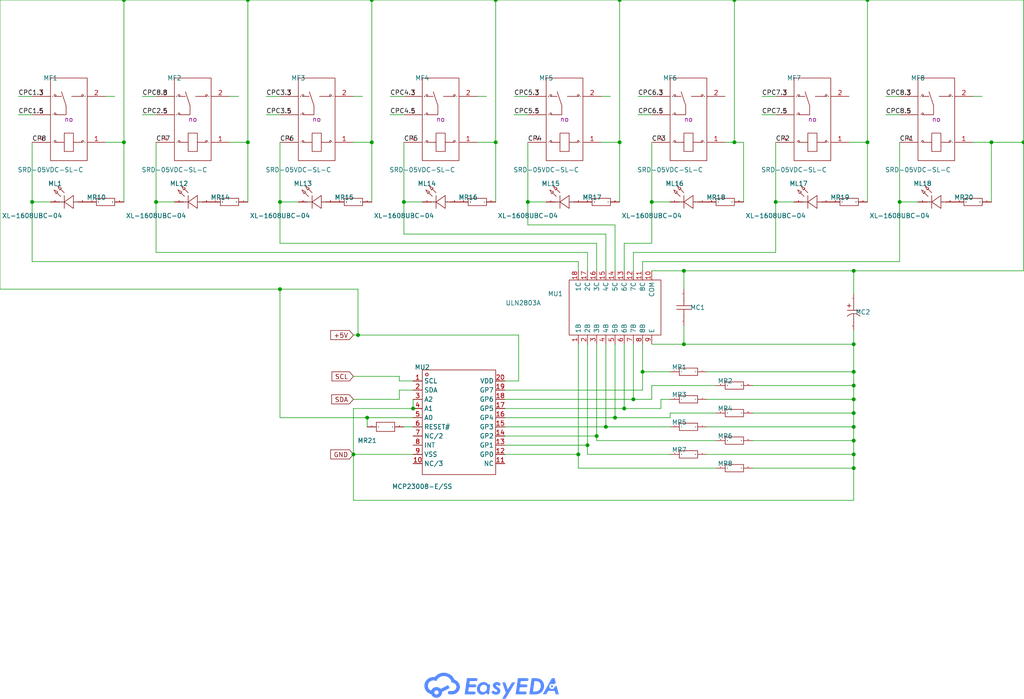
<source format=kicad_sch>
(kicad_sch (version 20250114) (generator "eeschema") (generator_version "9.0")
  (paper "User" 283.362 193.421)
  (junction (at 102.87 39.37))
  (junction (at 8.89 55.88))
  (junction (at 146.05 55.88))
  (junction (at 77.47 80.01))
  (junction (at 111.76 55.88))
  (junction (at 137.16 0))
  (junction (at 34.29 39.37))
  (junction (at 248.92 55.88))
  (junction (at 170.18 115.57))
  (junction (at 240.03 39.37))
  (junction (at 236.22 129.54))
  (junction (at 283.21 39.37))
  (junction (at 236.22 102.87))
  (junction (at 97.79 125.73))
  (junction (at 203.2 39.37))
  (junction (at 189.23 95.25))
  (junction (at 137.16 39.37))
  (junction (at 236.22 110.49))
  (junction (at 43.18 55.88))
  (junction (at 189.23 74.93))
  (junction (at 236.22 74.93))
  (junction (at 34.29 0))
  (junction (at 236.22 106.68))
  (junction (at 177.8 102.87))
  (junction (at 101.6 115.57))
  (junction (at 160.02 125.73))
  (junction (at 167.64 118.11))
  (junction (at 172.72 113.03))
  (junction (at 180.34 55.88))
  (junction (at 171.45 0))
  (junction (at 214.63 55.88))
  (junction (at 236.22 125.73))
  (junction (at 68.58 39.37))
  (junction (at 171.45 39.37))
  (junction (at 240.03 0))
  (junction (at 175.26 110.49))
  (junction (at 99.06 92.71))
  (junction (at 68.58 0))
  (junction (at 274.32 39.37))
  (junction (at 236.22 95.25))
  (junction (at 236.22 118.11))
  (junction (at 236.22 121.92))
  (junction (at 203.2 0))
  (junction (at 114.3 113.03))
  (junction (at 77.47 55.88))
  (junction (at 102.87 0))
  (junction (at 162.56 123.19))
  (junction (at 165.1 120.65))
  (junction (at 236.22 114.3))
  (wire (pts (xy 0 0) (xy 0 80.01)))
  (wire (pts (xy 114.3 115.57) (xy 101.6 115.57)))
  (wire (pts (xy 167.64 118.11) (xy 185.42 118.11)))
  (wire (pts (xy 248.92 31.75) (xy 245.11 31.75)))
  (wire (pts (xy 101.6 118.11) (xy 101.6 115.57)))
  (wire (pts (xy 170.18 115.57) (xy 170.18 95.25)))
  (wire (pts (xy 236.22 91.44) (xy 236.22 95.25)))
  (wire (pts (xy 97.79 138.43) (xy 236.22 138.43)))
  (wire (pts (xy 99.06 80.01) (xy 77.47 80.01)))
  (wire (pts (xy 198.12 129.54) (xy 160.02 129.54)))
  (wire (pts (xy 189.23 74.93) (xy 180.34 74.93)))
  (wire (pts (xy 214.63 69.85) (xy 214.63 55.88)))
  (wire (pts (xy 177.8 102.87) (xy 177.8 95.25)))
  (wire (pts (xy 236.22 121.92) (xy 208.28 121.92)))
  (wire (pts (xy 248.92 26.67) (xy 245.11 26.67)))
  (wire (pts (xy 146.05 55.88) (xy 146.05 62.23)))
  (wire (pts (xy 77.47 67.31) (xy 165.1 67.31)))
  (wire (pts (xy 110.49 110.49) (xy 97.79 110.49)))
  (wire (pts (xy 77.47 67.31) (xy 77.47 55.88)))
  (wire (pts (xy 34.29 39.37) (xy 29.21 39.37)))
  (wire (pts (xy 180.34 110.49) (xy 175.26 110.49)))
  (wire (pts (xy 177.8 102.87) (xy 177.8 107.95)))
  (wire (pts (xy 236.22 110.49) (xy 236.22 106.68)))
  (wire (pts (xy 205.74 39.37) (xy 203.2 39.37)))
  (wire (pts (xy 208.28 129.54) (xy 236.22 129.54)))
  (wire (pts (xy 205.74 55.88) (xy 205.74 39.37)))
  (wire (pts (xy 160.02 74.93) (xy 160.02 72.39)))
  (wire (pts (xy 236.22 81.28) (xy 236.22 74.93)))
  (wire (pts (xy 63.5 26.67) (xy 66.04 26.67)))
  (wire (pts (xy 29.21 26.67) (xy 31.75 26.67)))
  (wire (pts (xy 43.18 69.85) (xy 43.18 55.88)))
  (wire (pts (xy 102.87 39.37) (xy 102.87 0)))
  (wire (pts (xy 214.63 31.75) (xy 210.82 31.75)))
  (wire (pts (xy 48.26 55.88) (xy 43.18 55.88)))
  (wire (pts (xy 68.58 39.37) (xy 63.5 39.37)))
  (wire (pts (xy 102.87 0) (xy 68.58 0)))
  (wire (pts (xy 180.34 95.25) (xy 189.23 95.25)))
  (wire (pts (xy 236.22 121.92) (xy 236.22 118.11)))
  (wire (pts (xy 77.47 115.57) (xy 77.47 80.01)))
  (wire (pts (xy 146.05 39.37) (xy 146.05 55.88)))
  (wire (pts (xy 116.84 55.88) (xy 111.76 55.88)))
  (wire (pts (xy 236.22 118.11) (xy 195.58 118.11)))
  (wire (pts (xy 99.06 92.71) (xy 97.79 92.71)))
  (wire (pts (xy 283.21 74.93) (xy 283.21 39.37)))
  (wire (pts (xy 165.1 74.93) (xy 165.1 67.31)))
  (wire (pts (xy 198.12 114.3) (xy 185.42 114.3)))
  (wire (pts (xy 189.23 95.25) (xy 236.22 95.25)))
  (wire (pts (xy 248.92 72.39) (xy 248.92 55.88)))
  (wire (pts (xy 185.42 125.73) (xy 162.56 125.73)))
  (wire (pts (xy 111.76 31.75) (xy 107.95 31.75)))
  (wire (pts (xy 143.51 105.41) (xy 143.51 92.71)))
  (wire (pts (xy 110.49 105.41) (xy 110.49 104.14)))
  (wire (pts (xy 0 0) (xy 34.29 0)))
  (wire (pts (xy 248.92 55.88) (xy 254 55.88)))
  (wire (pts (xy 8.89 72.39) (xy 160.02 72.39)))
  (wire (pts (xy 77.47 80.01) (xy 0 80.01)))
  (wire (pts (xy 139.7 113.03) (xy 172.72 113.03)))
  (wire (pts (xy 236.22 138.43) (xy 236.22 129.54)))
  (wire (pts (xy 13.97 55.88) (xy 8.89 55.88)))
  (wire (pts (xy 177.8 74.93) (xy 177.8 72.39)))
  (wire (pts (xy 240.03 39.37) (xy 240.03 0)))
  (wire (pts (xy 165.1 120.65) (xy 165.1 95.25)))
  (wire (pts (xy 111.76 39.37) (xy 111.76 55.88)))
  (wire (pts (xy 180.34 31.75) (xy 176.53 31.75)))
  (wire (pts (xy 137.16 39.37) (xy 132.08 39.37)))
  (wire (pts (xy 102.87 55.88) (xy 102.87 39.37)))
  (wire (pts (xy 34.29 0) (xy 68.58 0)))
  (wire (pts (xy 110.49 104.14) (xy 97.79 104.14)))
  (wire (pts (xy 111.76 64.77) (xy 111.76 55.88)))
  (wire (pts (xy 203.2 0) (xy 240.03 0)))
  (wire (pts (xy 82.55 55.88) (xy 77.47 55.88)))
  (wire (pts (xy 198.12 121.92) (xy 165.1 121.92)))
  (wire (pts (xy 240.03 55.88) (xy 240.03 39.37)))
  (wire (pts (xy 180.34 106.68) (xy 180.34 110.49)))
  (wire (pts (xy 77.47 115.57) (xy 101.6 115.57)))
  (wire (pts (xy 8.89 72.39) (xy 8.89 55.88)))
  (wire (pts (xy 236.22 118.11) (xy 236.22 114.3)))
  (wire (pts (xy 8.89 26.67) (xy 5.08 26.67)))
  (wire (pts (xy 139.7 123.19) (xy 162.56 123.19)))
  (wire (pts (xy 139.7 118.11) (xy 167.64 118.11)))
  (wire (pts (xy 236.22 114.3) (xy 236.22 110.49)))
  (wire (pts (xy 34.29 39.37) (xy 34.29 0)))
  (wire (pts (xy 185.42 110.49) (xy 182.88 110.49)))
  (wire (pts (xy 165.1 121.92) (xy 165.1 120.65)))
  (wire (pts (xy 162.56 74.93) (xy 162.56 69.85)))
  (wire (pts (xy 203.2 39.37) (xy 200.66 39.37)))
  (wire (pts (xy 236.22 129.54) (xy 236.22 125.73)))
  (wire (pts (xy 189.23 74.93) (xy 189.23 80.01)))
  (wire (pts (xy 269.24 26.67) (xy 271.78 26.67)))
  (wire (pts (xy 248.92 72.39) (xy 177.8 72.39)))
  (wire (pts (xy 189.23 95.25) (xy 189.23 90.17)))
  (wire (pts (xy 114.3 110.49) (xy 114.3 113.03)))
  (wire (pts (xy 185.42 115.57) (xy 185.42 114.3)))
  (wire (pts (xy 143.51 92.71) (xy 99.06 92.71)))
  (wire (pts (xy 240.03 39.37) (xy 234.95 39.37)))
  (wire (pts (xy 139.7 120.65) (xy 165.1 120.65)))
  (wire (pts (xy 185.42 55.88) (xy 180.34 55.88)))
  (wire (pts (xy 182.88 113.03) (xy 182.88 110.49)))
  (wire (pts (xy 236.22 114.3) (xy 208.28 114.3)))
  (wire (pts (xy 182.88 113.03) (xy 172.72 113.03)))
  (wire (pts (xy 137.16 55.88) (xy 137.16 39.37)))
  (wire (pts (xy 137.16 0) (xy 102.87 0)))
  (wire (pts (xy 77.47 39.37) (xy 77.47 55.88)))
  (wire (pts (xy 111.76 64.77) (xy 167.64 64.77)))
  (wire (pts (xy 110.49 107.95) (xy 110.49 110.49)))
  (wire (pts (xy 214.63 26.67) (xy 210.82 26.67)))
  (wire (pts (xy 137.16 39.37) (xy 137.16 0)))
  (wire (pts (xy 139.7 110.49) (xy 175.26 110.49)))
  (wire (pts (xy 151.13 55.88) (xy 146.05 55.88)))
  (wire (pts (xy 283.21 0) (xy 240.03 0)))
  (wire (pts (xy 77.47 26.67) (xy 73.66 26.67)))
  (wire (pts (xy 8.89 31.75) (xy 5.08 31.75)))
  (wire (pts (xy 236.22 102.87) (xy 236.22 95.25)))
  (wire (pts (xy 236.22 125.73) (xy 195.58 125.73)))
  (wire (pts (xy 180.34 67.31) (xy 172.72 67.31)))
  (wire (pts (xy 172.72 113.03) (xy 172.72 95.25)))
  (wire (pts (xy 177.8 102.87) (xy 185.42 102.87)))
  (wire (pts (xy 185.42 115.57) (xy 170.18 115.57)))
  (wire (pts (xy 180.34 26.67) (xy 176.53 26.67)))
  (wire (pts (xy 68.58 55.88) (xy 68.58 39.37)))
  (wire (pts (xy 139.7 115.57) (xy 170.18 115.57)))
  (wire (pts (xy 43.18 31.75) (xy 39.37 31.75)))
  (wire (pts (xy 172.72 74.93) (xy 172.72 67.31)))
  (wire (pts (xy 97.79 26.67) (xy 100.33 26.67)))
  (wire (pts (xy 198.12 106.68) (xy 180.34 106.68)))
  (wire (pts (xy 43.18 26.67) (xy 39.37 26.67)))
  (wire (pts (xy 146.05 31.75) (xy 142.24 31.75)))
  (wire (pts (xy 248.92 39.37) (xy 248.92 55.88)))
  (wire (pts (xy 114.3 107.95) (xy 110.49 107.95)))
  (wire (pts (xy 175.26 110.49) (xy 175.26 95.25)))
  (wire (pts (xy 34.29 55.88) (xy 34.29 39.37)))
  (wire (pts (xy 68.58 39.37) (xy 68.58 0)))
  (wire (pts (xy 77.47 31.75) (xy 73.66 31.75)))
  (wire (pts (xy 139.7 105.41) (xy 143.51 105.41)))
  (wire (pts (xy 171.45 39.37) (xy 171.45 0)))
  (wire (pts (xy 203.2 0) (xy 171.45 0)))
  (wire (pts (xy 180.34 67.31) (xy 180.34 55.88)))
  (wire (pts (xy 283.21 74.93) (xy 236.22 74.93)))
  (wire (pts (xy 111.76 26.67) (xy 107.95 26.67)))
  (wire (pts (xy 180.34 39.37) (xy 180.34 55.88)))
  (wire (pts (xy 162.56 125.73) (xy 162.56 123.19)))
  (wire (pts (xy 97.79 113.03) (xy 114.3 113.03)))
  (wire (pts (xy 171.45 0) (xy 137.16 0)))
  (wire (pts (xy 167.64 118.11) (xy 167.64 95.25)))
  (wire (pts (xy 99.06 80.01) (xy 99.06 92.71)))
  (wire (pts (xy 283.21 0) (xy 283.21 39.37)))
  (wire (pts (xy 214.63 39.37) (xy 214.63 55.88)))
  (wire (pts (xy 132.08 26.67) (xy 134.62 26.67)))
  (wire (pts (xy 43.18 39.37) (xy 43.18 55.88)))
  (wire (pts (xy 139.7 107.95) (xy 177.8 107.95)))
  (wire (pts (xy 203.2 0) (xy 203.2 39.37)))
  (wire (pts (xy 114.3 105.41) (xy 110.49 105.41)))
  (wire (pts (xy 160.02 125.73) (xy 160.02 95.25)))
  (wire (pts (xy 97.79 125.73) (xy 97.79 113.03)))
  (wire (pts (xy 236.22 74.93) (xy 189.23 74.93)))
  (wire (pts (xy 175.26 74.93) (xy 175.26 69.85)))
  (wire (pts (xy 146.05 62.23) (xy 170.18 62.23)))
  (wire (pts (xy 167.64 74.93) (xy 167.64 64.77)))
  (wire (pts (xy 166.37 26.67) (xy 168.91 26.67)))
  (wire (pts (xy 139.7 125.73) (xy 160.02 125.73)))
  (wire (pts (xy 274.32 39.37) (xy 274.32 55.88)))
  (wire (pts (xy 236.22 106.68) (xy 208.28 106.68)))
  (wire (pts (xy 171.45 39.37) (xy 166.37 39.37)))
  (wire (pts (xy 170.18 74.93) (xy 170.18 62.23)))
  (wire (pts (xy 114.3 118.11) (xy 111.76 118.11)))
  (wire (pts (xy 114.3 125.73) (xy 97.79 125.73)))
  (wire (pts (xy 269.24 39.37) (xy 274.32 39.37)))
  (wire (pts (xy 236.22 110.49) (xy 195.58 110.49)))
  (wire (pts (xy 219.71 55.88) (xy 214.63 55.88)))
  (wire (pts (xy 97.79 125.73) (xy 97.79 138.43)))
  (wire (pts (xy 146.05 26.67) (xy 142.24 26.67)))
  (wire (pts (xy 43.18 69.85) (xy 162.56 69.85)))
  (wire (pts (xy 102.87 39.37) (xy 97.79 39.37)))
  (wire (pts (xy 214.63 69.85) (xy 175.26 69.85)))
  (wire (pts (xy 162.56 123.19) (xy 162.56 95.25)))
  (wire (pts (xy 236.22 102.87) (xy 195.58 102.87)))
  (wire (pts (xy 171.45 55.88) (xy 171.45 39.37)))
  (wire (pts (xy 236.22 125.73) (xy 236.22 121.92)))
  (wire (pts (xy 283.21 39.37) (xy 274.32 39.37)))
  (wire (pts (xy 160.02 129.54) (xy 160.02 125.73)))
  (wire (pts (xy 236.22 106.68) (xy 236.22 102.87)))
  (wire (pts (xy 8.89 39.37) (xy 8.89 55.88)))
  (label "CPC8.8" (at 39.37 26.67 0))
  (label "CP2" (at 214.63 39.37 0))
  (label "CP8" (at 8.89 39.37 0))
  (label "CPC1.5" (at 5.08 31.75 0))
  (label "CP1" (at 248.92 39.37 0))
  (label "CPC2.5" (at 39.37 31.75 0))
  (label "CPC7.5" (at 210.82 31.75 0))
  (label "CP7" (at 43.18 39.37 0))
  (label "CPC4.3" (at 107.95 26.67 0))
  (label "CPC3.3" (at 73.66 26.67 0))
  (label "CPC3.5" (at 73.66 31.75 0))
  (label "CPC7.3" (at 210.82 26.67 0))
  (label "CPC5.5" (at 142.24 31.75 0))
  (label "CP4" (at 146.05 39.37 0))
  (label "CPC1.3" (at 5.08 26.67 0))
  (label "CP6" (at 77.47 39.37 0))
  (label "CPC6.5" (at 176.53 31.75 0))
  (label "CPC4.5" (at 107.95 31.75 0))
  (label "CPC8.5" (at 245.11 31.75 0))
  (label "CPC6.3" (at 176.53 26.67 0))
  (label "CP5" (at 111.76 39.37 0))
  (label "CPC8.3" (at 245.11 26.67 0))
  (label "CP3" (at 180.34 39.37 0))
  (label "CPC5.3" (at 142.24 26.67 0))
  (global_label "SCL" (shape input) (at 97.79 104.14 180) (property "Intersheetrefs" "${INTERSHEET_REFS}" (effects (hide yes))))
  (global_label "GND" (shape input) (at 97.79 125.73 180) (property "Intersheetrefs" "${INTERSHEET_REFS}" (effects (hide yes))))
  (global_label "+5V" (shape input) (at 97.79 92.71 180) (property "Intersheetrefs" "${INTERSHEET_REFS}" (effects (hide yes))))
  (global_label "SDA" (shape input) (at 97.79 110.49 180) (property "Intersheetrefs" "${INTERSHEET_REFS}" (effects (hide yes))))
  (symbol (lib_id "ProPrj_Pra-easyedapro:0603WAF1001T5E") (at 200.66 55.88 180) (unit 1)
    (property "Reference" "MR18" (at 198.12 54.61 0))
    (property "Value" "1kΩ" (effects (hide yes)))
    (property "Footprint" "ProPrj_Pra-easyedapro:R0603" (effects (hide yes)))
    (property "Datasheet" "https://atta.szlcsc.com/upload/public/pdf/source/20200306/C422600_1E6D84923E4A46A82E41ADD87F860B5C.pdf" (effects (hide yes)))
    (property "Description" "Type:Thick Film Resistors Resistance:1kΩ Tolerance:±1% Tolerance:±1% Power(Watts): Overload Voltage (Max): Temperature Coefficient:±100ppm/°C Temperature Coefficient:±100ppm/°C Operating Temperature Range:-55°C~+155°C Operating Temperature Range:-55°C~+155°C" (effects (hide yes)))
    (property "Manufacturer Part" "0603WAF1001T5E" (effects (hide yes)))
    (property "Manufacturer" "UNI-ROYAL(厚声)" (effects (hide yes)))
    (property "Supplier Part" "C21190" (effects (hide yes)))
    (property "Supplier" "LCSC" (effects (hide yes)))
    (property "LCSC Part Name" "1kΩ ±1% 100mW 厚膜电阻" (effects (hide yes)))
  )
  (symbol (lib_id "ProPrj_Pra-easyedapro:0603WAF1003T5E") (at 190.5 125.73 0) (unit 1)
    (property "Reference" "MR7" (at 187.96 124.46 0))
    (property "Value" "100kΩ" (effects (hide yes)))
    (property "Footprint" "ProPrj_Pra-easyedapro:R0603" (effects (hide yes)))
    (property "Datasheet" "https://atta.szlcsc.com/upload/public/pdf/source/20200306/C422600_1E6D84923E4A46A82E41ADD87F860B5C.pdf" (effects (hide yes)))
    (property "Description" "Type:Thick Film Resistors Resistance:100kΩ Tolerance:±1% Tolerance:±1% Power(Watts): Overload Voltage (Max): Temperature Coefficient:±100ppm/°C Temperature Coefficient:±100ppm/°C Operating Temperature Range:-55°C~+155°C Operating Temperature Range:-55°C~+155°C" (effects (hide yes)))
    (property "Manufacturer Part" "0603WAF1003T5E" (effects (hide yes)))
    (property "Manufacturer" "UNI-ROYAL(厚声)" (effects (hide yes)))
    (property "Supplier Part" "C25803" (effects (hide yes)))
    (property "Supplier" "LCSC" (effects (hide yes)))
    (property "LCSC Part Name" "100kΩ ±1% 100mW 厚膜电阻" (effects (hide yes)))
  )
  (symbol (lib_id "ProPrj_Pra-easyedapro:SRD-05VDC-SL-C") (at 224.79 33.02 0) (unit 1)
    (property "Reference" "MF7" (at 219.71 21.59 0))
    (property "Value" "SRD-05VDC-SL-C" (at 219.71 46.99 0))
    (property "Footprint" "ProPrj_Pra-easyedapro:RELAY-TH_SRD-XXVDC-XL-C" (effects (hide yes)))
    (property "Datasheet" "https://item.szlcsc.com/datasheet/SRD-05VDC-SL-C/36422.html" (effects (hide yes)))
    (property "Description" "Coil Voltage:5V Contact Form:1 Form C: 1C (SPDT-CO) Number of Pins:5 Contact Rating:- Switching Voltage(Max):250V@AC Coil Rated Power:360mW Switching Current(Max):15A Coil Type:Non-Polarized - Single Coil Coil Resistance:70Ω Contact Resistance:100mΩ Opera" (effects (hide yes)))
    (property "Manufacturer Part" "SRD-05VDC-SL-C" (effects (hide yes)))
    (property "Manufacturer" "松乐" (effects (hide yes)))
    (property "Supplier Part" "C35449" (effects (hide yes)))
    (property "Supplier" "LCSC" (effects (hide yes)))
    (property "LCSC Part Name" "蓝色 单组转换型继电器" (effects (hide yes)))
    (property "Add into BOM" "no" (at 224.79 33.02 0))
  )
  (symbol (lib_id "ProPrj_Pra-easyedapro:0603WAF1003T5E") (at 190.5 110.49 0) (unit 1)
    (property "Reference" "MR3" (at 187.96 109.22 0))
    (property "Value" "100kΩ" (effects (hide yes)))
    (property "Footprint" "ProPrj_Pra-easyedapro:R0603" (effects (hide yes)))
    (property "Datasheet" "https://atta.szlcsc.com/upload/public/pdf/source/20200306/C422600_1E6D84923E4A46A82E41ADD87F860B5C.pdf" (effects (hide yes)))
    (property "Description" "Type:Thick Film Resistors Resistance:100kΩ Tolerance:±1% Tolerance:±1% Power(Watts): Overload Voltage (Max): Temperature Coefficient:±100ppm/°C Temperature Coefficient:±100ppm/°C Operating Temperature Range:-55°C~+155°C Operating Temperature Range:-55°C~+155°C" (effects (hide yes)))
    (property "Manufacturer Part" "0603WAF1003T5E" (effects (hide yes)))
    (property "Manufacturer" "UNI-ROYAL(厚声)" (effects (hide yes)))
    (property "Supplier Part" "C25803" (effects (hide yes)))
    (property "Supplier" "LCSC" (effects (hide yes)))
    (property "LCSC Part Name" "100kΩ ±1% 100mW 厚膜电阻" (effects (hide yes)))
  )
  (symbol (lib_id "ProPrj_Pra-easyedapro:0603WAF1001T5E") (at 29.21 55.88 180) (unit 1)
    (property "Reference" "MR10" (at 26.67 54.61 0))
    (property "Value" "1kΩ" (effects (hide yes)))
    (property "Footprint" "ProPrj_Pra-easyedapro:R0603" (effects (hide yes)))
    (property "Datasheet" "https://atta.szlcsc.com/upload/public/pdf/source/20200306/C422600_1E6D84923E4A46A82E41ADD87F860B5C.pdf" (effects (hide yes)))
    (property "Description" "Type:Thick Film Resistors Resistance:1kΩ Tolerance:±1% Tolerance:±1% Power(Watts): Overload Voltage (Max): Temperature Coefficient:±100ppm/°C Temperature Coefficient:±100ppm/°C Operating Temperature Range:-55°C~+155°C Operating Temperature Range:-55°C~+155°C" (effects (hide yes)))
    (property "Manufacturer Part" "0603WAF1001T5E" (effects (hide yes)))
    (property "Manufacturer" "UNI-ROYAL(厚声)" (effects (hide yes)))
    (property "Supplier Part" "C21190" (effects (hide yes)))
    (property "Supplier" "LCSC" (effects (hide yes)))
    (property "LCSC Part Name" "1kΩ ±1% 100mW 厚膜电阻" (effects (hide yes)))
  )
  (symbol (lib_id "ProPrj_Pra-easyedapro:0603WAF1003T5E") (at 190.5 118.11 0) (unit 1)
    (property "Reference" "MR5" (at 187.96 116.84 0))
    (property "Value" "100kΩ" (effects (hide yes)))
    (property "Footprint" "ProPrj_Pra-easyedapro:R0603" (effects (hide yes)))
    (property "Datasheet" "https://atta.szlcsc.com/upload/public/pdf/source/20200306/C422600_1E6D84923E4A46A82E41ADD87F860B5C.pdf" (effects (hide yes)))
    (property "Description" "Type:Thick Film Resistors Resistance:100kΩ Tolerance:±1% Tolerance:±1% Power(Watts): Overload Voltage (Max): Temperature Coefficient:±100ppm/°C Temperature Coefficient:±100ppm/°C Operating Temperature Range:-55°C~+155°C Operating Temperature Range:-55°C~+155°C" (effects (hide yes)))
    (property "Manufacturer Part" "0603WAF1003T5E" (effects (hide yes)))
    (property "Manufacturer" "UNI-ROYAL(厚声)" (effects (hide yes)))
    (property "Supplier Part" "C25803" (effects (hide yes)))
    (property "Supplier" "LCSC" (effects (hide yes)))
    (property "LCSC Part Name" "100kΩ ±1% 100mW 厚膜电阻" (effects (hide yes)))
  )
  (symbol (lib_id "ProPrj_Pra-easyedapro:0603WAF1003T5E") (at 203.2 121.92 0) (unit 1)
    (property "Reference" "MR6" (at 200.66 120.65 0))
    (property "Value" "100kΩ" (effects (hide yes)))
    (property "Footprint" "ProPrj_Pra-easyedapro:R0603" (effects (hide yes)))
    (property "Datasheet" "https://atta.szlcsc.com/upload/public/pdf/source/20200306/C422600_1E6D84923E4A46A82E41ADD87F860B5C.pdf" (effects (hide yes)))
    (property "Description" "Type:Thick Film Resistors Resistance:100kΩ Tolerance:±1% Tolerance:±1% Power(Watts): Overload Voltage (Max): Temperature Coefficient:±100ppm/°C Temperature Coefficient:±100ppm/°C Operating Temperature Range:-55°C~+155°C Operating Temperature Range:-55°C~+155°C" (effects (hide yes)))
    (property "Manufacturer Part" "0603WAF1003T5E" (effects (hide yes)))
    (property "Manufacturer" "UNI-ROYAL(厚声)" (effects (hide yes)))
    (property "Supplier Part" "C25803" (effects (hide yes)))
    (property "Supplier" "LCSC" (effects (hide yes)))
    (property "LCSC Part Name" "100kΩ ±1% 100mW 厚膜电阻" (effects (hide yes)))
  )
  (symbol (lib_id "ProPrj_Pra-easyedapro:XL-1608UBC-04") (at 87.63 55.88 0) (unit 1)
    (property "Reference" "ML13" (at 83.82 50.8 0))
    (property "Value" "XL-1608UBC-04" (at 77.47 59.69 0))
    (property "Footprint" "ProPrj_Pra-easyedapro:LED0603-RD_BLUE" (effects (hide yes)))
    (property "Datasheet" "https://item.szlcsc.com/datasheet/XL-1608UBC-04/1051416.html" (effects (hide yes)))
    (property "Description" "Lamp Holder Type:- Illumination Color:Blue Voltage - Forward(Vf):3.3V Voltage - Forward(Vf):3.3V Power(Watts):70mW Forward Current:20mA Wavelength - Dominant:455nm~475nm Wavelength - Dominant:455nm~475nm Peak Wavelength:470nm Diode Configuration:- Lens Co" (effects (hide yes)))
    (property "Manufacturer Part" "XL-1608UBC-04" (effects (hide yes)))
    (property "Manufacturer" "XINGLIGHT(成兴光)" (effects (hide yes)))
    (property "Supplier Part" "C965807" (effects (hide yes)))
    (property "Supplier" "LCSC" (effects (hide yes)))
    (property "LCSC Part Name" "XL-1608UBC-04" (effects (hide yes)))
  )
  (symbol (lib_id "ProPrj_Pra-easyedapro:SRD-05VDC-SL-C") (at 19.05 33.02 0) (unit 1)
    (property "Reference" "MF1" (at 13.97 21.59 0))
    (property "Value" "SRD-05VDC-SL-C" (at 13.97 46.99 0))
    (property "Footprint" "ProPrj_Pra-easyedapro:RELAY-TH_SRD-XXVDC-XL-C" (effects (hide yes)))
    (property "Datasheet" "https://item.szlcsc.com/datasheet/SRD-05VDC-SL-C/36422.html" (effects (hide yes)))
    (property "Description" "Coil Voltage:5V Contact Form:1 Form C: 1C (SPDT-CO) Number of Pins:5 Contact Rating:- Switching Voltage(Max):250V@AC Coil Rated Power:360mW Switching Current(Max):15A Coil Type:Non-Polarized - Single Coil Coil Resistance:70Ω Contact Resistance:100mΩ Opera" (effects (hide yes)))
    (property "Manufacturer Part" "SRD-05VDC-SL-C" (effects (hide yes)))
    (property "Manufacturer" "松乐" (effects (hide yes)))
    (property "Supplier Part" "C35449" (effects (hide yes)))
    (property "Supplier" "LCSC" (effects (hide yes)))
    (property "LCSC Part Name" "蓝色 单组转换型继电器" (effects (hide yes)))
    (property "Add into BOM" "no" (at 19.05 33.02 0))
  )
  (symbol (lib_id "ProPrj_Pra-easyedapro:SRD-05VDC-SL-C") (at 156.21 33.02 0) (unit 1)
    (property "Reference" "MF5" (at 151.13 21.59 0))
    (property "Value" "SRD-05VDC-SL-C" (at 151.13 46.99 0))
    (property "Footprint" "ProPrj_Pra-easyedapro:RELAY-TH_SRD-XXVDC-XL-C" (effects (hide yes)))
    (property "Datasheet" "https://item.szlcsc.com/datasheet/SRD-05VDC-SL-C/36422.html" (effects (hide yes)))
    (property "Description" "Coil Voltage:5V Contact Form:1 Form C: 1C (SPDT-CO) Number of Pins:5 Contact Rating:- Switching Voltage(Max):250V@AC Coil Rated Power:360mW Switching Current(Max):15A Coil Type:Non-Polarized - Single Coil Coil Resistance:70Ω Contact Resistance:100mΩ Opera" (effects (hide yes)))
    (property "Manufacturer Part" "SRD-05VDC-SL-C" (effects (hide yes)))
    (property "Manufacturer" "松乐" (effects (hide yes)))
    (property "Supplier Part" "C35449" (effects (hide yes)))
    (property "Supplier" "LCSC" (effects (hide yes)))
    (property "LCSC Part Name" "蓝色 单组转换型继电器" (effects (hide yes)))
    (property "Add into BOM" "no" (at 156.21 33.02 0))
  )
  (symbol (lib_id "ProPrj_Pra-easyedapro:XL-1608UBC-04") (at 53.34 55.88 0) (unit 1)
    (property "Reference" "ML12" (at 49.53 50.8 0))
    (property "Value" "XL-1608UBC-04" (at 43.18 59.69 0))
    (property "Footprint" "ProPrj_Pra-easyedapro:LED0603-RD_BLUE" (effects (hide yes)))
    (property "Datasheet" "https://item.szlcsc.com/datasheet/XL-1608UBC-04/1051416.html" (effects (hide yes)))
    (property "Description" "Lamp Holder Type:- Illumination Color:Blue Voltage - Forward(Vf):3.3V Voltage - Forward(Vf):3.3V Power(Watts):70mW Forward Current:20mA Wavelength - Dominant:455nm~475nm Wavelength - Dominant:455nm~475nm Peak Wavelength:470nm Diode Configuration:- Lens Co" (effects (hide yes)))
    (property "Manufacturer Part" "XL-1608UBC-04" (effects (hide yes)))
    (property "Manufacturer" "XINGLIGHT(成兴光)" (effects (hide yes)))
    (property "Supplier Part" "C965807" (effects (hide yes)))
    (property "Supplier" "LCSC" (effects (hide yes)))
    (property "LCSC Part Name" "XL-1608UBC-04" (effects (hide yes)))
  )
  (symbol (lib_id "ProPrj_Pra-easyedapro:SRD-05VDC-SL-C") (at 87.63 33.02 0) (unit 1)
    (property "Reference" "MF3" (at 82.55 21.59 0))
    (property "Value" "SRD-05VDC-SL-C" (at 82.55 46.99 0))
    (property "Footprint" "ProPrj_Pra-easyedapro:RELAY-TH_SRD-XXVDC-XL-C" (effects (hide yes)))
    (property "Datasheet" "https://item.szlcsc.com/datasheet/SRD-05VDC-SL-C/36422.html" (effects (hide yes)))
    (property "Description" "Coil Voltage:5V Contact Form:1 Form C: 1C (SPDT-CO) Number of Pins:5 Contact Rating:- Switching Voltage(Max):250V@AC Coil Rated Power:360mW Switching Current(Max):15A Coil Type:Non-Polarized - Single Coil Coil Resistance:70Ω Contact Resistance:100mΩ Opera" (effects (hide yes)))
    (property "Manufacturer Part" "SRD-05VDC-SL-C" (effects (hide yes)))
    (property "Manufacturer" "松乐" (effects (hide yes)))
    (property "Supplier Part" "C35449" (effects (hide yes)))
    (property "Supplier" "LCSC" (effects (hide yes)))
    (property "LCSC Part Name" "蓝色 单组转换型继电器" (effects (hide yes)))
    (property "Add into BOM" "no" (at 87.63 33.02 0))
  )
  (symbol (lib_id "ProPrj_Pra-easyedapro:XL-1608UBC-04") (at 121.92 55.88 0) (unit 1)
    (property "Reference" "ML14" (at 118.11 50.8 0))
    (property "Value" "XL-1608UBC-04" (at 111.76 59.69 0))
    (property "Footprint" "ProPrj_Pra-easyedapro:LED0603-RD_BLUE" (effects (hide yes)))
    (property "Datasheet" "https://item.szlcsc.com/datasheet/XL-1608UBC-04/1051416.html" (effects (hide yes)))
    (property "Description" "Lamp Holder Type:- Illumination Color:Blue Voltage - Forward(Vf):3.3V Voltage - Forward(Vf):3.3V Power(Watts):70mW Forward Current:20mA Wavelength - Dominant:455nm~475nm Wavelength - Dominant:455nm~475nm Peak Wavelength:470nm Diode Configuration:- Lens Co" (effects (hide yes)))
    (property "Manufacturer Part" "XL-1608UBC-04" (effects (hide yes)))
    (property "Manufacturer" "XINGLIGHT(成兴光)" (effects (hide yes)))
    (property "Supplier Part" "C965807" (effects (hide yes)))
    (property "Supplier" "LCSC" (effects (hide yes)))
    (property "LCSC Part Name" "XL-1608UBC-04" (effects (hide yes)))
  )
  (symbol (lib_id "ProPrj_Pra-easyedapro:0603WAF1001T5E") (at 269.24 55.88 180) (unit 1)
    (property "Reference" "MR20" (at 266.7 54.61 0))
    (property "Value" "1kΩ" (effects (hide yes)))
    (property "Footprint" "ProPrj_Pra-easyedapro:R0603" (effects (hide yes)))
    (property "Datasheet" "https://atta.szlcsc.com/upload/public/pdf/source/20200306/C422600_1E6D84923E4A46A82E41ADD87F860B5C.pdf" (effects (hide yes)))
    (property "Description" "Type:Thick Film Resistors Resistance:1kΩ Tolerance:±1% Tolerance:±1% Power(Watts): Overload Voltage (Max): Temperature Coefficient:±100ppm/°C Temperature Coefficient:±100ppm/°C Operating Temperature Range:-55°C~+155°C Operating Temperature Range:-55°C~+155°C" (effects (hide yes)))
    (property "Manufacturer Part" "0603WAF1001T5E" (effects (hide yes)))
    (property "Manufacturer" "UNI-ROYAL(厚声)" (effects (hide yes)))
    (property "Supplier Part" "C21190" (effects (hide yes)))
    (property "Supplier" "LCSC" (effects (hide yes)))
    (property "LCSC Part Name" "1kΩ ±1% 100mW 厚膜电阻" (effects (hide yes)))
  )
  (symbol (lib_id "ProPrj_Pra-easyedapro:Drawing-Symbol_A4") (at -7.62 196.85 0) (unit 1)
    (property "Reference" "?" (at -7.62 196.85 0))
    (property "Footprint" "ProPrj_Pra-easyedapro:" (effects (hide yes)))
    (property "@Board Name" "Relay Board" (at -7.62 196.85 0))
    (property "@Create Date" "2025-08-12" (at -7.62 196.85 0))
    (property "@Create Time" "12:47:59" (at -7.62 196.85 0))
    (property "@Page Count" "1" (at -7.62 196.85 0))
    (property "@Page Name" "P1" (at -7.62 196.85 0))
    (property "@Page No" "1" (at -7.62 196.85 0))
    (property "@Project Name" "Practice 4 layer" (at -7.62 196.85 0))
    (property "@Schematic Name" "Relay Board" (at -7.62 196.85 0))
    (property "@Update Date" "2025-08-17" (at -7.62 196.85 0))
    (property "@Update Time" "18:23:29" (at -7.62 196.85 0))
    (property "Blade Width" "10" (at -7.62 196.85 0))
    (property "Border" "1" (at -7.62 196.85 0))
    (property "Company" "EasyEDA.com" (at -7.62 196.85 0))
    (property "Height" "825" (at -7.62 196.85 0))
    (property "Page Size" "A4" (at -7.62 196.85 0))
    (property "Region Start" "1" (at -7.62 196.85 0))
    (property "Title Block" "1" (at -7.62 196.85 0))
    (property "Title Block Position" "3" (at -7.62 196.85 0))
    (property "Version" "V1.0" (at -7.62 196.85 0))
    (property "Width" "1170" (at -7.62 196.85 0))
    (property "X Region Count" "6" (at -7.62 196.85 0))
    (property "Y Region Count" "4" (at -7.62 196.85 0))
  )
  (symbol (lib_id "ProPrj_Pra-easyedapro:SRD-05VDC-SL-C") (at 259.08 33.02 0) (unit 1)
    (property "Reference" "MF8" (at 254 21.59 0))
    (property "Value" "SRD-05VDC-SL-C" (at 254 46.99 0))
    (property "Footprint" "ProPrj_Pra-easyedapro:RELAY-TH_SRD-XXVDC-XL-C" (effects (hide yes)))
    (property "Datasheet" "https://item.szlcsc.com/datasheet/SRD-05VDC-SL-C/36422.html" (effects (hide yes)))
    (property "Description" "Coil Voltage:5V Contact Form:1 Form C: 1C (SPDT-CO) Number of Pins:5 Contact Rating:- Switching Voltage(Max):250V@AC Coil Rated Power:360mW Switching Current(Max):15A Coil Type:Non-Polarized - Single Coil Coil Resistance:70Ω Contact Resistance:100mΩ Opera" (effects (hide yes)))
    (property "Manufacturer Part" "SRD-05VDC-SL-C" (effects (hide yes)))
    (property "Manufacturer" "松乐" (effects (hide yes)))
    (property "Supplier Part" "C35449" (effects (hide yes)))
    (property "Supplier" "LCSC" (effects (hide yes)))
    (property "LCSC Part Name" "蓝色 单组转换型继电器" (effects (hide yes)))
    (property "Add into BOM" "no" (at 259.08 33.02 0))
  )
  (symbol (lib_id "ProPrj_Pra-easyedapro:CC0603KRX7R9BB104") (at 189.23 85.09 90) (unit 1)
    (property "Reference" "MC1" (at 193.04 85.09 90))
    (property "Value" "100nF" (effects (hide yes)))
    (property "Footprint" "ProPrj_Pra-easyedapro:C0603" (effects (hide yes)))
    (property "Datasheet" "https://atta.szlcsc.com/upload/public/pdf/source/20250214/096C4C206003071F5D32E5F0D8E7F8DF.pdf" (effects (hide yes)))
    (property "Description" "Capacitance:100nF Tolerance:±10% Tolerance:±10% Voltage Rating:50V Temperature Coefficient:X7R" (effects (hide yes)))
    (property "Manufacturer Part" "CC0603KRX7R9BB104" (effects (hide yes)))
    (property "Manufacturer" "YAGEO(国巨)" (effects (hide yes)))
    (property "Supplier Part" "C14663" (effects (hide yes)))
    (property "Supplier" "LCSC" (effects (hide yes)))
    (property "LCSC Part Name" "100nF ±10% 50V" (effects (hide yes)))
  )
  (symbol (lib_id "ProPrj_Pra-easyedapro:SRD-05VDC-SL-C") (at 190.5 33.02 0) (unit 1)
    (property "Reference" "MF6" (at 185.42 21.59 0))
    (property "Value" "SRD-05VDC-SL-C" (at 185.42 46.99 0))
    (property "Footprint" "ProPrj_Pra-easyedapro:RELAY-TH_SRD-XXVDC-XL-C" (effects (hide yes)))
    (property "Datasheet" "https://item.szlcsc.com/datasheet/SRD-05VDC-SL-C/36422.html" (effects (hide yes)))
    (property "Description" "Coil Voltage:5V Contact Form:1 Form C: 1C (SPDT-CO) Number of Pins:5 Contact Rating:- Switching Voltage(Max):250V@AC Coil Rated Power:360mW Switching Current(Max):15A Coil Type:Non-Polarized - Single Coil Coil Resistance:70Ω Contact Resistance:100mΩ Opera" (effects (hide yes)))
    (property "Manufacturer Part" "SRD-05VDC-SL-C" (effects (hide yes)))
    (property "Manufacturer" "松乐" (effects (hide yes)))
    (property "Supplier Part" "C35449" (effects (hide yes)))
    (property "Supplier" "LCSC" (effects (hide yes)))
    (property "LCSC Part Name" "蓝色 单组转换型继电器" (effects (hide yes)))
    (property "Add into BOM" "no" (at 190.5 33.02 0))
  )
  (symbol (lib_id "ProPrj_Pra-easyedapro:0603WAF1001T5E") (at 63.5 55.88 180) (unit 1)
    (property "Reference" "MR14" (at 60.96 54.61 0))
    (property "Value" "1kΩ" (effects (hide yes)))
    (property "Footprint" "ProPrj_Pra-easyedapro:R0603" (effects (hide yes)))
    (property "Datasheet" "https://atta.szlcsc.com/upload/public/pdf/source/20200306/C422600_1E6D84923E4A46A82E41ADD87F860B5C.pdf" (effects (hide yes)))
    (property "Description" "Type:Thick Film Resistors Resistance:1kΩ Tolerance:±1% Tolerance:±1% Power(Watts): Overload Voltage (Max): Temperature Coefficient:±100ppm/°C Temperature Coefficient:±100ppm/°C Operating Temperature Range:-55°C~+155°C Operating Temperature Range:-55°C~+155°C" (effects (hide yes)))
    (property "Manufacturer Part" "0603WAF1001T5E" (effects (hide yes)))
    (property "Manufacturer" "UNI-ROYAL(厚声)" (effects (hide yes)))
    (property "Supplier Part" "C21190" (effects (hide yes)))
    (property "Supplier" "LCSC" (effects (hide yes)))
    (property "LCSC Part Name" "1kΩ ±1% 100mW 厚膜电阻" (effects (hide yes)))
  )
  (symbol (lib_id "ProPrj_Pra-easyedapro:XL-1608UBC-04") (at 224.79 55.88 0) (unit 1)
    (property "Reference" "ML17" (at 220.98 50.8 0))
    (property "Value" "XL-1608UBC-04" (at 214.63 59.69 0))
    (property "Footprint" "ProPrj_Pra-easyedapro:LED0603-RD_BLUE" (effects (hide yes)))
    (property "Datasheet" "https://item.szlcsc.com/datasheet/XL-1608UBC-04/1051416.html" (effects (hide yes)))
    (property "Description" "Lamp Holder Type:- Illumination Color:Blue Voltage - Forward(Vf):3.3V Voltage - Forward(Vf):3.3V Power(Watts):70mW Forward Current:20mA Wavelength - Dominant:455nm~475nm Wavelength - Dominant:455nm~475nm Peak Wavelength:470nm Diode Configuration:- Lens Co" (effects (hide yes)))
    (property "Manufacturer Part" "XL-1608UBC-04" (effects (hide yes)))
    (property "Manufacturer" "XINGLIGHT(成兴光)" (effects (hide yes)))
    (property "Supplier Part" "C965807" (effects (hide yes)))
    (property "Supplier" "LCSC" (effects (hide yes)))
    (property "LCSC Part Name" "XL-1608UBC-04" (effects (hide yes)))
  )
  (symbol (lib_id "ProPrj_Pra-easyedapro:0603WAF1003T5E") (at 203.2 106.68 0) (unit 1)
    (property "Reference" "MR2" (at 200.66 105.41 0))
    (property "Value" "100kΩ" (effects (hide yes)))
    (property "Footprint" "ProPrj_Pra-easyedapro:R0603" (effects (hide yes)))
    (property "Datasheet" "https://atta.szlcsc.com/upload/public/pdf/source/20200306/C422600_1E6D84923E4A46A82E41ADD87F860B5C.pdf" (effects (hide yes)))
    (property "Description" "Type:Thick Film Resistors Resistance:100kΩ Tolerance:±1% Tolerance:±1% Power(Watts): Overload Voltage (Max): Temperature Coefficient:±100ppm/°C Temperature Coefficient:±100ppm/°C Operating Temperature Range:-55°C~+155°C Operating Temperature Range:-55°C~+155°C" (effects (hide yes)))
    (property "Manufacturer Part" "0603WAF1003T5E" (effects (hide yes)))
    (property "Manufacturer" "UNI-ROYAL(厚声)" (effects (hide yes)))
    (property "Supplier Part" "C25803" (effects (hide yes)))
    (property "Supplier" "LCSC" (effects (hide yes)))
    (property "LCSC Part Name" "100kΩ ±1% 100mW 厚膜电阻" (effects (hide yes)))
  )
  (symbol (lib_id "ProPrj_Pra-easyedapro:0603WAF1003T5E") (at 203.2 114.3 0) (unit 1)
    (property "Reference" "MR4" (at 200.66 113.03 0))
    (property "Value" "100kΩ" (effects (hide yes)))
    (property "Footprint" "ProPrj_Pra-easyedapro:R0603" (effects (hide yes)))
    (property "Datasheet" "https://atta.szlcsc.com/upload/public/pdf/source/20200306/C422600_1E6D84923E4A46A82E41ADD87F860B5C.pdf" (effects (hide yes)))
    (property "Description" "Type:Thick Film Resistors Resistance:100kΩ Tolerance:±1% Tolerance:±1% Power(Watts): Overload Voltage (Max): Temperature Coefficient:±100ppm/°C Temperature Coefficient:±100ppm/°C Operating Temperature Range:-55°C~+155°C Operating Temperature Range:-55°C~+155°C" (effects (hide yes)))
    (property "Manufacturer Part" "0603WAF1003T5E" (effects (hide yes)))
    (property "Manufacturer" "UNI-ROYAL(厚声)" (effects (hide yes)))
    (property "Supplier Part" "C25803" (effects (hide yes)))
    (property "Supplier" "LCSC" (effects (hide yes)))
    (property "LCSC Part Name" "100kΩ ±1% 100mW 厚膜电阻" (effects (hide yes)))
  )
  (symbol (lib_id "ProPrj_Pra-easyedapro:RVT1C471M0607") (at 236.22 86.36 90) (mirror x) (unit 1)
    (property "Reference" "MC2" (at 238.76 86.36 90))
    (property "Value" "470uF" (effects (hide yes)))
    (property "Footprint" "ProPrj_Pra-easyedapro:CAP-SMD_BD6.3-L6.6-W6.6-LS7.6-RD" (effects (hide yes)))
    (property "Datasheet" "https://atta.szlcsc.com/upload/public/pdf/source/20220223/DD822675CC1DF2F0C06D5C2255C9C2D9.pdf" (effects (hide yes)))
    (property "Description" "Capacitance: Tolerance:±20% Tolerance:±20% Voltage Rating: Ripple Current:185mA@120Hz Diameter: Height - Seated (Max): Lifetime:2000hrs@105°C Operating Temperature:-40°C~+105°C Operating Temperature:-40°C~+105°C" (effects (hide yes)))
    (property "Manufacturer Part" "RVT1C471M0607" (effects (hide yes)))
    (property "Manufacturer" "ROQANG(容强)" (effects (hide yes)))
    (property "Supplier Part" "C2977552" (effects (hide yes)))
    (property "Supplier" "LCSC" (effects (hide yes)))
    (property "LCSC Part Name" "470uF ±20% 16V" (effects (hide yes)))
  )
  (symbol (lib_id "ProPrj_Pra-easyedapro:XL-1608UBC-04") (at 19.05 55.88 0) (unit 1)
    (property "Reference" "ML1" (at 15.24 50.8 0))
    (property "Value" "XL-1608UBC-04" (at 8.89 59.69 0))
    (property "Footprint" "ProPrj_Pra-easyedapro:LED0603-RD_BLUE" (effects (hide yes)))
    (property "Datasheet" "https://item.szlcsc.com/datasheet/XL-1608UBC-04/1051416.html" (effects (hide yes)))
    (property "Description" "Lamp Holder Type:- Illumination Color:Blue Voltage - Forward(Vf):3.3V Voltage - Forward(Vf):3.3V Power(Watts):70mW Forward Current:20mA Wavelength - Dominant:455nm~475nm Wavelength - Dominant:455nm~475nm Peak Wavelength:470nm Diode Configuration:- Lens Co" (effects (hide yes)))
    (property "Manufacturer Part" "XL-1608UBC-04" (effects (hide yes)))
    (property "Manufacturer" "XINGLIGHT(成兴光)" (effects (hide yes)))
    (property "Supplier Part" "C965807" (effects (hide yes)))
    (property "Supplier" "LCSC" (effects (hide yes)))
    (property "LCSC Part Name" "XL-1608UBC-04" (effects (hide yes)))
  )
  (symbol (lib_id "ProPrj_Pra-easyedapro:0603WAF1001T5E") (at 97.79 55.88 180) (unit 1)
    (property "Reference" "MR15" (at 95.25 54.61 0))
    (property "Value" "1kΩ" (effects (hide yes)))
    (property "Footprint" "ProPrj_Pra-easyedapro:R0603" (effects (hide yes)))
    (property "Datasheet" "https://atta.szlcsc.com/upload/public/pdf/source/20200306/C422600_1E6D84923E4A46A82E41ADD87F860B5C.pdf" (effects (hide yes)))
    (property "Description" "Type:Thick Film Resistors Resistance:1kΩ Tolerance:±1% Tolerance:±1% Power(Watts): Overload Voltage (Max): Temperature Coefficient:±100ppm/°C Temperature Coefficient:±100ppm/°C Operating Temperature Range:-55°C~+155°C Operating Temperature Range:-55°C~+155°C" (effects (hide yes)))
    (property "Manufacturer Part" "0603WAF1001T5E" (effects (hide yes)))
    (property "Manufacturer" "UNI-ROYAL(厚声)" (effects (hide yes)))
    (property "Supplier Part" "C21190" (effects (hide yes)))
    (property "Supplier" "LCSC" (effects (hide yes)))
    (property "LCSC Part Name" "1kΩ ±1% 100mW 厚膜电阻" (effects (hide yes)))
  )
  (symbol (lib_id "ProPrj_Pra-easyedapro:0603WAF1001T5E") (at 166.37 55.88 180) (unit 1)
    (property "Reference" "MR17" (at 163.83 54.61 0))
    (property "Value" "1kΩ" (effects (hide yes)))
    (property "Footprint" "ProPrj_Pra-easyedapro:R0603" (effects (hide yes)))
    (property "Datasheet" "https://atta.szlcsc.com/upload/public/pdf/source/20200306/C422600_1E6D84923E4A46A82E41ADD87F860B5C.pdf" (effects (hide yes)))
    (property "Description" "Type:Thick Film Resistors Resistance:1kΩ Tolerance:±1% Tolerance:±1% Power(Watts): Overload Voltage (Max): Temperature Coefficient:±100ppm/°C Temperature Coefficient:±100ppm/°C Operating Temperature Range:-55°C~+155°C Operating Temperature Range:-55°C~+155°C" (effects (hide yes)))
    (property "Manufacturer Part" "0603WAF1001T5E" (effects (hide yes)))
    (property "Manufacturer" "UNI-ROYAL(厚声)" (effects (hide yes)))
    (property "Supplier Part" "C21190" (effects (hide yes)))
    (property "Supplier" "LCSC" (effects (hide yes)))
    (property "LCSC Part Name" "1kΩ ±1% 100mW 厚膜电阻" (effects (hide yes)))
  )
  (symbol (lib_id "ProPrj_Pra-easyedapro:SRD-05VDC-SL-C") (at 121.92 33.02 0) (unit 1)
    (property "Reference" "MF4" (at 116.84 21.59 0))
    (property "Value" "SRD-05VDC-SL-C" (at 116.84 46.99 0))
    (property "Footprint" "ProPrj_Pra-easyedapro:RELAY-TH_SRD-XXVDC-XL-C" (effects (hide yes)))
    (property "Datasheet" "https://item.szlcsc.com/datasheet/SRD-05VDC-SL-C/36422.html" (effects (hide yes)))
    (property "Description" "Coil Voltage:5V Contact Form:1 Form C: 1C (SPDT-CO) Number of Pins:5 Contact Rating:- Switching Voltage(Max):250V@AC Coil Rated Power:360mW Switching Current(Max):15A Coil Type:Non-Polarized - Single Coil Coil Resistance:70Ω Contact Resistance:100mΩ Opera" (effects (hide yes)))
    (property "Manufacturer Part" "SRD-05VDC-SL-C" (effects (hide yes)))
    (property "Manufacturer" "松乐" (effects (hide yes)))
    (property "Supplier Part" "C35449" (effects (hide yes)))
    (property "Supplier" "LCSC" (effects (hide yes)))
    (property "LCSC Part Name" "蓝色 单组转换型继电器" (effects (hide yes)))
    (property "Add into BOM" "no" (at 121.92 33.02 0))
  )
  (symbol (lib_id "ProPrj_Pra-easyedapro:SRD-05VDC-SL-C") (at 53.34 33.02 0) (unit 1)
    (property "Reference" "MF2" (at 48.26 21.59 0))
    (property "Value" "SRD-05VDC-SL-C" (at 48.26 46.99 0))
    (property "Footprint" "ProPrj_Pra-easyedapro:RELAY-TH_SRD-XXVDC-XL-C" (effects (hide yes)))
    (property "Datasheet" "https://item.szlcsc.com/datasheet/SRD-05VDC-SL-C/36422.html" (effects (hide yes)))
    (property "Description" "Coil Voltage:5V Contact Form:1 Form C: 1C (SPDT-CO) Number of Pins:5 Contact Rating:- Switching Voltage(Max):250V@AC Coil Rated Power:360mW Switching Current(Max):15A Coil Type:Non-Polarized - Single Coil Coil Resistance:70Ω Contact Resistance:100mΩ Opera" (effects (hide yes)))
    (property "Manufacturer Part" "SRD-05VDC-SL-C" (effects (hide yes)))
    (property "Manufacturer" "松乐" (effects (hide yes)))
    (property "Supplier Part" "C35449" (effects (hide yes)))
    (property "Supplier" "LCSC" (effects (hide yes)))
    (property "LCSC Part Name" "蓝色 单组转换型继电器" (effects (hide yes)))
    (property "Add into BOM" "no" (at 53.34 33.02 0))
  )
  (symbol (lib_id "ProPrj_Pra-easyedapro:MCP23008-E/SS") (at 127 116.84 0) (unit 1)
    (property "Reference" "MU2" (at 116.84 101.6 0))
    (property "Value" "MCP23008-E/SS" (at 116.84 134.62 0))
    (property "Footprint" "ProPrj_Pra-easyedapro:SSOP-20_L7.2-W5.3-P0.65-LS7.8-BL" (effects (hide yes)))
    (property "Datasheet" "https://atta.szlcsc.com/upload/public/pdf/source/20171228/C152205_15144475388971215001.pdf" (effects (hide yes)))
    (property "Description" "Interface:I2C Number of I/O:8 Interrupt Output:With Interrupt Output Output Type: Supply Voltage:- Supply Voltage:- Output Source current:- Output Sink Current:- Clock Frequency:1.7MHz Operating Temperature:- Operating Temperature:-" (effects (hide yes)))
    (property "Manufacturer Part" "MCP23008-E/SS" (effects (hide yes)))
    (property "Manufacturer" "MICROCHIP(美国微芯)" (effects (hide yes)))
    (property "Supplier Part" "C148011" (effects (hide yes)))
    (property "Supplier" "LCSC" (effects (hide yes)))
    (property "LCSC Part Name" "8位I/O扩展器带串行接口" (effects (hide yes)))
  )
  (symbol (lib_id "ProPrj_Pra-easyedapro:XL-1608UBC-04") (at 156.21 55.88 0) (unit 1)
    (property "Reference" "ML15" (at 152.4 50.8 0))
    (property "Value" "XL-1608UBC-04" (at 146.05 59.69 0))
    (property "Footprint" "ProPrj_Pra-easyedapro:LED0603-RD_BLUE" (effects (hide yes)))
    (property "Datasheet" "https://item.szlcsc.com/datasheet/XL-1608UBC-04/1051416.html" (effects (hide yes)))
    (property "Description" "Lamp Holder Type:- Illumination Color:Blue Voltage - Forward(Vf):3.3V Voltage - Forward(Vf):3.3V Power(Watts):70mW Forward Current:20mA Wavelength - Dominant:455nm~475nm Wavelength - Dominant:455nm~475nm Peak Wavelength:470nm Diode Configuration:- Lens Co" (effects (hide yes)))
    (property "Manufacturer Part" "XL-1608UBC-04" (effects (hide yes)))
    (property "Manufacturer" "XINGLIGHT(成兴光)" (effects (hide yes)))
    (property "Supplier Part" "C965807" (effects (hide yes)))
    (property "Supplier" "LCSC" (effects (hide yes)))
    (property "LCSC Part Name" "XL-1608UBC-04" (effects (hide yes)))
  )
  (symbol (lib_id "ProPrj_Pra-easyedapro:XL-1608UBC-04") (at 259.08 55.88 0) (unit 1)
    (property "Reference" "ML18" (at 255.27 50.8 0))
    (property "Value" "XL-1608UBC-04" (at 248.92 59.69 0))
    (property "Footprint" "ProPrj_Pra-easyedapro:LED0603-RD_BLUE" (effects (hide yes)))
    (property "Datasheet" "https://item.szlcsc.com/datasheet/XL-1608UBC-04/1051416.html" (effects (hide yes)))
    (property "Description" "Lamp Holder Type:- Illumination Color:Blue Voltage - Forward(Vf):3.3V Voltage - Forward(Vf):3.3V Power(Watts):70mW Forward Current:20mA Wavelength - Dominant:455nm~475nm Wavelength - Dominant:455nm~475nm Peak Wavelength:470nm Diode Configuration:- Lens Co" (effects (hide yes)))
    (property "Manufacturer Part" "XL-1608UBC-04" (effects (hide yes)))
    (property "Manufacturer" "XINGLIGHT(成兴光)" (effects (hide yes)))
    (property "Supplier Part" "C965807" (effects (hide yes)))
    (property "Supplier" "LCSC" (effects (hide yes)))
    (property "LCSC Part Name" "XL-1608UBC-04" (effects (hide yes)))
  )
  (symbol (lib_id "ProPrj_Pra-easyedapro:ULN2803A_C181731") (at 170.18 85.09 90) (unit 1)
    (property "Reference" "MU1" (at 153.67 81.28 90))
    (property "Value" "ULN2803A" (at 144.78 83.82 90))
    (property "Footprint" "ProPrj_Pra-easyedapro:SOIC-18_L11.6-W7.5-P1.27-LS10.3-BL" (effects (hide yes)))
    (property "Datasheet" "https://atta.szlcsc.com/upload/public/pdf/source/20180207/C181731_15179898068571356493.pdf" (effects (hide yes)))
    (property "Description" "number of channels:Eight channels Maximum collector Emitter Voltage (Vceo):50V Collector Current(Ic):500mA maximum input voltage:30V Operating Temperature:-40°C~+85°C Operating Temperature:-40°C~+85°C" (effects (hide yes)))
    (property "Manufacturer Part" "ULN2803A" (effects (hide yes)))
    (property "Manufacturer" "Mixic(中科芯亿达)" (effects (hide yes)))
    (property "Supplier Part" "C181731" (effects (hide yes)))
    (property "Supplier" "LCSC" (effects (hide yes)))
    (property "LCSC Part Name" "ULN2803A" (effects (hide yes)))
  )
  (symbol (lib_id "ProPrj_Pra-easyedapro:0603WAF1003T5E") (at 190.5 102.87 0) (unit 1)
    (property "Reference" "MR1" (at 187.96 101.6 0))
    (property "Value" "100kΩ" (effects (hide yes)))
    (property "Footprint" "ProPrj_Pra-easyedapro:R0603" (effects (hide yes)))
    (property "Datasheet" "https://atta.szlcsc.com/upload/public/pdf/source/20200306/C422600_1E6D84923E4A46A82E41ADD87F860B5C.pdf" (effects (hide yes)))
    (property "Description" "Type:Thick Film Resistors Resistance:100kΩ Tolerance:±1% Tolerance:±1% Power(Watts): Overload Voltage (Max): Temperature Coefficient:±100ppm/°C Temperature Coefficient:±100ppm/°C Operating Temperature Range:-55°C~+155°C Operating Temperature Range:-55°C~+155°C" (effects (hide yes)))
    (property "Manufacturer Part" "0603WAF1003T5E" (effects (hide yes)))
    (property "Manufacturer" "UNI-ROYAL(厚声)" (effects (hide yes)))
    (property "Supplier Part" "C25803" (effects (hide yes)))
    (property "Supplier" "LCSC" (effects (hide yes)))
    (property "LCSC Part Name" "100kΩ ±1% 100mW 厚膜电阻" (effects (hide yes)))
  )
  (symbol (lib_id "ProPrj_Pra-easyedapro:0603WAF1003T5E") (at 203.2 129.54 0) (unit 1)
    (property "Reference" "MR8" (at 200.66 128.27 0))
    (property "Value" "100kΩ" (effects (hide yes)))
    (property "Footprint" "ProPrj_Pra-easyedapro:R0603" (effects (hide yes)))
    (property "Datasheet" "https://atta.szlcsc.com/upload/public/pdf/source/20200306/C422600_1E6D84923E4A46A82E41ADD87F860B5C.pdf" (effects (hide yes)))
    (property "Description" "Type:Thick Film Resistors Resistance:100kΩ Tolerance:±1% Tolerance:±1% Power(Watts): Overload Voltage (Max): Temperature Coefficient:±100ppm/°C Temperature Coefficient:±100ppm/°C Operating Temperature Range:-55°C~+155°C Operating Temperature Range:-55°C~+155°C" (effects (hide yes)))
    (property "Manufacturer Part" "0603WAF1003T5E" (effects (hide yes)))
    (property "Manufacturer" "UNI-ROYAL(厚声)" (effects (hide yes)))
    (property "Supplier Part" "C25803" (effects (hide yes)))
    (property "Supplier" "LCSC" (effects (hide yes)))
    (property "LCSC Part Name" "100kΩ ±1% 100mW 厚膜电阻" (effects (hide yes)))
  )
  (symbol (lib_id "ProPrj_Pra-easyedapro:FRC0603J103TS") (at 106.68 118.11 0) (unit 1)
    (property "Reference" "MR21" (at 101.6 121.92 0))
    (property "Value" "10kΩ" (effects (hide yes)))
    (property "Footprint" "ProPrj_Pra-easyedapro:R0603" (effects (hide yes)))
    (property "Datasheet" "https://atta.szlcsc.com/upload/public/pdf/source/20211221/925EC7D7225764EE0046F22065062C87.pdf" (effects (hide yes)))
    (property "Description" "Type:Thick Film Resistors Resistance:10kΩ Tolerance:±5% Tolerance:±5% Power(Watts):0.1W Voltage-Supply(Max):75V Temperature Coefficient:±100ppm/°C Temperature Coefficient:±100ppm/°C Operating Temperature:-55°C~+155°C Operating Temperature:-55°C~+155°C" (effects (hide yes)))
    (property "Manufacturer Part" "FRC0603J103 TS" (effects (hide yes)))
    (property "Manufacturer" "FOJAN(富捷)" (effects (hide yes)))
    (property "Supplier Part" "C2930027" (effects (hide yes)))
    (property "Supplier" "LCSC" (effects (hide yes)))
    (property "LCSC Part Name" "10kΩ ±5% 100mW 厚膜电阻" (effects (hide yes)))
  )
  (symbol (lib_id "ProPrj_Pra-easyedapro:0603WAF1001T5E") (at 132.08 55.88 180) (unit 1)
    (property "Reference" "MR16" (at 129.54 54.61 0))
    (property "Value" "1kΩ" (effects (hide yes)))
    (property "Footprint" "ProPrj_Pra-easyedapro:R0603" (effects (hide yes)))
    (property "Datasheet" "https://atta.szlcsc.com/upload/public/pdf/source/20200306/C422600_1E6D84923E4A46A82E41ADD87F860B5C.pdf" (effects (hide yes)))
    (property "Description" "Type:Thick Film Resistors Resistance:1kΩ Tolerance:±1% Tolerance:±1% Power(Watts): Overload Voltage (Max): Temperature Coefficient:±100ppm/°C Temperature Coefficient:±100ppm/°C Operating Temperature Range:-55°C~+155°C Operating Temperature Range:-55°C~+155°C" (effects (hide yes)))
    (property "Manufacturer Part" "0603WAF1001T5E" (effects (hide yes)))
    (property "Manufacturer" "UNI-ROYAL(厚声)" (effects (hide yes)))
    (property "Supplier Part" "C21190" (effects (hide yes)))
    (property "Supplier" "LCSC" (effects (hide yes)))
    (property "LCSC Part Name" "1kΩ ±1% 100mW 厚膜电阻" (effects (hide yes)))
  )
  (symbol (lib_id "ProPrj_Pra-easyedapro:0603WAF1001T5E") (at 234.95 55.88 180) (unit 1)
    (property "Reference" "MR19" (at 232.41 54.61 0))
    (property "Value" "1kΩ" (effects (hide yes)))
    (property "Footprint" "ProPrj_Pra-easyedapro:R0603" (effects (hide yes)))
    (property "Datasheet" "https://atta.szlcsc.com/upload/public/pdf/source/20200306/C422600_1E6D84923E4A46A82E41ADD87F860B5C.pdf" (effects (hide yes)))
    (property "Description" "Type:Thick Film Resistors Resistance:1kΩ Tolerance:±1% Tolerance:±1% Power(Watts): Overload Voltage (Max): Temperature Coefficient:±100ppm/°C Temperature Coefficient:±100ppm/°C Operating Temperature Range:-55°C~+155°C Operating Temperature Range:-55°C~+155°C" (effects (hide yes)))
    (property "Manufacturer Part" "0603WAF1001T5E" (effects (hide yes)))
    (property "Manufacturer" "UNI-ROYAL(厚声)" (effects (hide yes)))
    (property "Supplier Part" "C21190" (effects (hide yes)))
    (property "Supplier" "LCSC" (effects (hide yes)))
    (property "LCSC Part Name" "1kΩ ±1% 100mW 厚膜电阻" (effects (hide yes)))
  )
  (symbol (lib_id "ProPrj_Pra-easyedapro:XL-1608UBC-04") (at 190.5 55.88 0) (unit 1)
    (property "Reference" "ML16" (at 186.69 50.8 0))
    (property "Value" "XL-1608UBC-04" (at 180.34 59.69 0))
    (property "Footprint" "ProPrj_Pra-easyedapro:LED0603-RD_BLUE" (effects (hide yes)))
    (property "Datasheet" "https://item.szlcsc.com/datasheet/XL-1608UBC-04/1051416.html" (effects (hide yes)))
    (property "Description" "Lamp Holder Type:- Illumination Color:Blue Voltage - Forward(Vf):3.3V Voltage - Forward(Vf):3.3V Power(Watts):70mW Forward Current:20mA Wavelength - Dominant:455nm~475nm Wavelength - Dominant:455nm~475nm Peak Wavelength:470nm Diode Configuration:- Lens Co" (effects (hide yes)))
    (property "Manufacturer Part" "XL-1608UBC-04" (effects (hide yes)))
    (property "Manufacturer" "XINGLIGHT(成兴光)" (effects (hide yes)))
    (property "Supplier Part" "C965807" (effects (hide yes)))
    (property "Supplier" "LCSC" (effects (hide yes)))
    (property "LCSC Part Name" "XL-1608UBC-04" (effects (hide yes)))
  )
)
</source>
